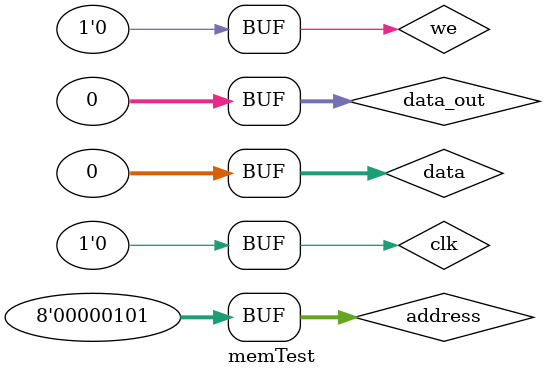
<source format=v>
`timescale 1ns / 1ps

module memTest;

	// Inputs
	reg clk;
	reg [7:0]  address;
	reg [31:0]  data;
	reg we;
	reg [31:0] data_out;
	reg oe;

	// Instantiate the Unit Under Test (UUT)
	Memory uut (
		.clk(clk), 
		.address(address), 
		.data(data), 
		.we(we), 
		.data_out(data_out),
		.oe(oe)
	);

	initial begin
		// Initialize Inputs
		clk = 0;
		address = 0;
		data = 0;
		we = 0;

		// Wait 100 ns for global reset to finish
		#100;
		
        
		// Add stimulus here
		#10; clk = 1; address = 0; data = 1; we = 1; data_out = 0;
		#10; clk = 0;
		#10; clk = 1; address = 1; data = 10; we = 1; data_out = 0;
		#10; clk = 0;
		#10; clk = 1; address = 2; data = 100; we = 1; data_out = 0;
		#10; clk = 0;
		#10; clk = 1; address = 3; data = 1000; we = 1; data_out = 0;
		#10; clk = 0;
		#10; clk = 1; address = 4; data = 10000; we = 1; data_out = 0;
		#10; clk = 0;
		#10; clk = 1; address = 5; data = 100000; we = 1; data_out = 0;
		#10; clk = 0;
		#10; clk = 1; address = 6; data = 1000000; we = 1; data_out = 0;
		#10; clk = 0;
		#10; clk = 1; address = 7; data = 10000000; we = 1; data_out = 0;
		#10; clk = 0;
		#10; clk = 1; address = 0; data = 0; we = 0; data_out = 0;
		#10; clk = 0;
		#10; clk = 1; address = 5; data = 102; we = 1; data_out = 0;
		#10; clk = 0;
		#10; clk = 1; address = 0; data = 0; we = 0; data_out = 0;
		#10; clk = 0;
		#10; clk = 1;
		#10; clk = 0;
		#10; clk = 1; address = 5; data = 0; we = 0; data_out = 0;
		#10; clk = 0;
		#5; clk = 1;
		#5; clk = 0;
		#5; clk = 1;
		#5; clk = 0;
		#5; clk = 1;
		#5; clk = 0;
		#5; clk = 1;
		#5; clk = 0;
		#5; clk = 1;
		#5; clk = 0;
		#5; clk = 1;
		#5; clk = 0;
		#5; clk = 1;
		#5; clk = 0;
		#5; clk = 1;
		#5; clk = 0;
		#5; clk = 1;
		#5; clk = 0;
		#5; clk = 1;
		#5; clk = 0;
		#5; clk = 1;
		#5; clk = 0;
		#5; clk = 1;
		#5; clk = 0;
		#5; clk = 1;
		#5; clk = 0;
		#5; clk = 1;
		#5; clk = 0;
		#5; clk = 1;
		#5; clk = 0;
		#5; clk = 1;
		#5; clk = 0;
		#5; clk = 1;
		#5; clk = 0;
		#5; clk = 1;
		#5; clk = 0;

	end
      
endmodule


</source>
